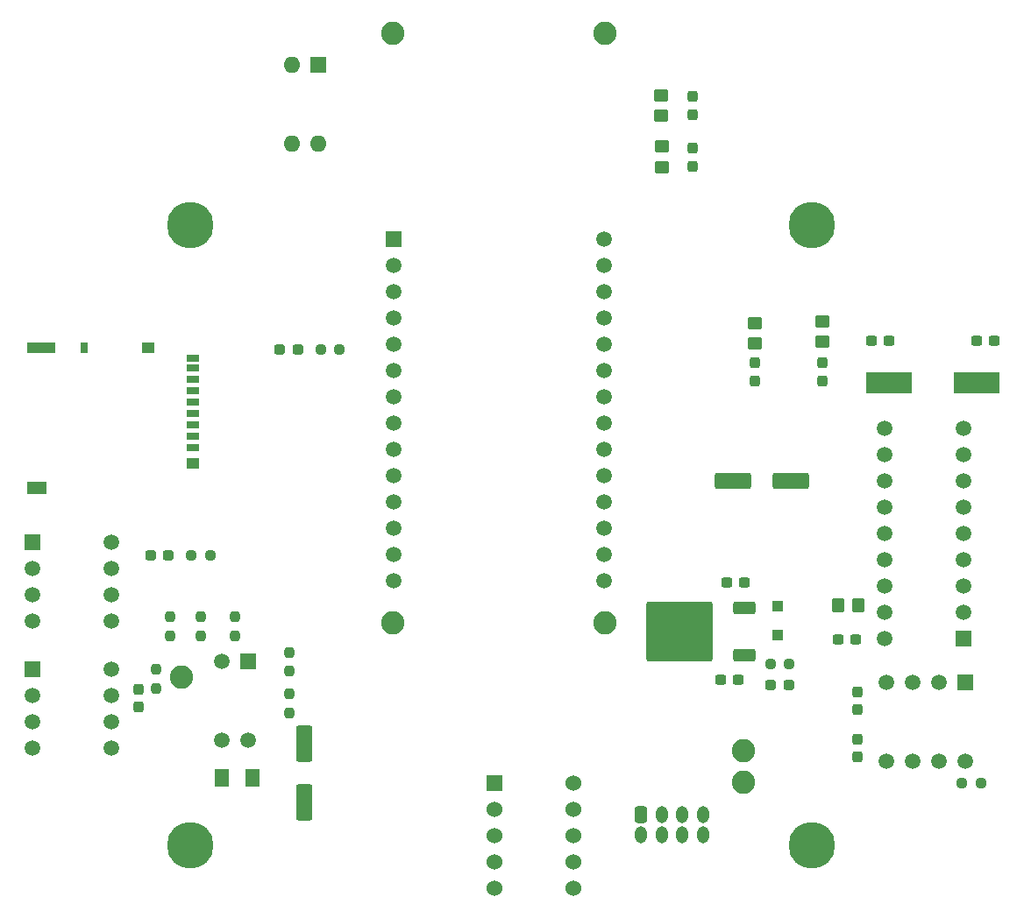
<source format=gbr>
%TF.GenerationSoftware,KiCad,Pcbnew,7.0.1-0*%
%TF.CreationDate,2023-05-25T18:19:08+09:00*%
%TF.ProjectId,MissionModule,4d697373-696f-46e4-9d6f-64756c652e6b,rev?*%
%TF.SameCoordinates,Original*%
%TF.FileFunction,Soldermask,Top*%
%TF.FilePolarity,Negative*%
%FSLAX46Y46*%
G04 Gerber Fmt 4.6, Leading zero omitted, Abs format (unit mm)*
G04 Created by KiCad (PCBNEW 7.0.1-0) date 2023-05-25 18:19:08*
%MOMM*%
%LPD*%
G01*
G04 APERTURE LIST*
G04 Aperture macros list*
%AMRoundRect*
0 Rectangle with rounded corners*
0 $1 Rounding radius*
0 $2 $3 $4 $5 $6 $7 $8 $9 X,Y pos of 4 corners*
0 Add a 4 corners polygon primitive as box body*
4,1,4,$2,$3,$4,$5,$6,$7,$8,$9,$2,$3,0*
0 Add four circle primitives for the rounded corners*
1,1,$1+$1,$2,$3*
1,1,$1+$1,$4,$5*
1,1,$1+$1,$6,$7*
1,1,$1+$1,$8,$9*
0 Add four rect primitives between the rounded corners*
20,1,$1+$1,$2,$3,$4,$5,0*
20,1,$1+$1,$4,$5,$6,$7,0*
20,1,$1+$1,$6,$7,$8,$9,0*
20,1,$1+$1,$8,$9,$2,$3,0*%
G04 Aperture macros list end*
%ADD10RoundRect,0.250001X0.462499X0.624999X-0.462499X0.624999X-0.462499X-0.624999X0.462499X-0.624999X0*%
%ADD11RoundRect,0.237500X0.250000X0.237500X-0.250000X0.237500X-0.250000X-0.237500X0.250000X-0.237500X0*%
%ADD12C,4.500000*%
%ADD13C,2.250000*%
%ADD14RoundRect,0.250000X-0.450000X0.350000X-0.450000X-0.350000X0.450000X-0.350000X0.450000X0.350000X0*%
%ADD15RoundRect,0.237500X-0.300000X-0.237500X0.300000X-0.237500X0.300000X0.237500X-0.300000X0.237500X0*%
%ADD16RoundRect,0.237500X0.237500X-0.300000X0.237500X0.300000X-0.237500X0.300000X-0.237500X-0.300000X0*%
%ADD17RoundRect,0.237500X0.237500X-0.250000X0.237500X0.250000X-0.237500X0.250000X-0.237500X-0.250000X0*%
%ADD18RoundRect,0.250000X-0.350000X-0.450000X0.350000X-0.450000X0.350000X0.450000X-0.350000X0.450000X0*%
%ADD19RoundRect,0.237500X-0.237500X0.287500X-0.237500X-0.287500X0.237500X-0.287500X0.237500X0.287500X0*%
%ADD20R,1.500000X1.500000*%
%ADD21C,1.500000*%
%ADD22RoundRect,0.237500X0.237500X-0.287500X0.237500X0.287500X-0.237500X0.287500X-0.237500X-0.287500X0*%
%ADD23RoundRect,0.250000X-1.500000X-0.550000X1.500000X-0.550000X1.500000X0.550000X-1.500000X0.550000X0*%
%ADD24RoundRect,0.237500X-0.237500X0.250000X-0.237500X-0.250000X0.237500X-0.250000X0.237500X0.250000X0*%
%ADD25R,4.500000X2.000000*%
%ADD26R,1.530000X1.530000*%
%ADD27C,1.530000*%
%ADD28RoundRect,0.237500X0.287500X0.237500X-0.287500X0.237500X-0.287500X-0.237500X0.287500X-0.237500X0*%
%ADD29R,1.600000X1.600000*%
%ADD30O,1.600000X1.600000*%
%ADD31R,1.508000X1.508000*%
%ADD32C,1.508000*%
%ADD33RoundRect,0.250000X0.850000X0.350000X-0.850000X0.350000X-0.850000X-0.350000X0.850000X-0.350000X0*%
%ADD34RoundRect,0.249997X2.950003X2.650003X-2.950003X2.650003X-2.950003X-2.650003X2.950003X-2.650003X0*%
%ADD35RoundRect,0.237500X0.300000X0.237500X-0.300000X0.237500X-0.300000X-0.237500X0.300000X-0.237500X0*%
%ADD36RoundRect,0.237500X-0.287500X-0.237500X0.287500X-0.237500X0.287500X0.237500X-0.287500X0.237500X0*%
%ADD37RoundRect,0.250000X-0.550000X1.500000X-0.550000X-1.500000X0.550000X-1.500000X0.550000X1.500000X0*%
%ADD38RoundRect,0.250000X0.300000X-0.300000X0.300000X0.300000X-0.300000X0.300000X-0.300000X-0.300000X0*%
%ADD39RoundRect,0.237500X-0.250000X-0.237500X0.250000X-0.237500X0.250000X0.237500X-0.250000X0.237500X0*%
%ADD40R,1.200000X0.700000*%
%ADD41R,0.800000X1.000000*%
%ADD42R,1.200000X1.000000*%
%ADD43R,2.800000X1.000000*%
%ADD44R,1.900000X1.300000*%
%ADD45RoundRect,0.250000X-0.350000X-0.560000X0.350000X-0.560000X0.350000X0.560000X-0.350000X0.560000X0*%
%ADD46O,1.200000X1.650000*%
G04 APERTURE END LIST*
D10*
%TO.C,F1*%
X124487500Y-128500000D03*
X121512500Y-128500000D03*
%TD*%
D11*
%TO.C,R11*%
X120412500Y-107000000D03*
X118587500Y-107000000D03*
%TD*%
D12*
%TO.C,REF\u002A\u002A*%
X178500000Y-75000000D03*
%TD*%
D13*
%TO.C,TP1*%
X171868000Y-128875432D03*
%TD*%
D14*
%TO.C,R7*%
X163912500Y-62487500D03*
X163912500Y-64487500D03*
%TD*%
D15*
%TO.C,C6*%
X184213500Y-86203432D03*
X185938500Y-86203432D03*
%TD*%
D16*
%TO.C,C2*%
X182917000Y-121863932D03*
X182917000Y-120138932D03*
%TD*%
D17*
%TO.C,R12*%
X122750000Y-114750000D03*
X122750000Y-112925000D03*
%TD*%
D18*
%TO.C,R3*%
X181007500Y-111790000D03*
X183007500Y-111790000D03*
%TD*%
D19*
%TO.C,D5*%
X167000000Y-67625000D03*
X167000000Y-69375000D03*
%TD*%
D13*
%TO.C,TP3*%
X117600000Y-118699432D03*
%TD*%
D20*
%TO.C,U8*%
X103200000Y-105700000D03*
D21*
X103200000Y-108240000D03*
X103200000Y-110780000D03*
X103200000Y-113320000D03*
X110820000Y-113320000D03*
X110820000Y-110780000D03*
X110820000Y-108240000D03*
X110820000Y-105700000D03*
%TD*%
D13*
%TO.C,TP2*%
X171868000Y-125799432D03*
%TD*%
D22*
%TO.C,D3*%
X179500000Y-90125000D03*
X179500000Y-88375000D03*
%TD*%
D20*
%TO.C,U5*%
X124025000Y-117200000D03*
D21*
X121485000Y-117200000D03*
X121485000Y-124820000D03*
X124025000Y-124820000D03*
%TD*%
D11*
%TO.C,R15*%
X132900000Y-87099432D03*
X131075000Y-87099432D03*
%TD*%
D23*
%TO.C,C8*%
X170900000Y-99799432D03*
X176500000Y-99799432D03*
%TD*%
D14*
%TO.C,R6*%
X164000000Y-67412500D03*
X164000000Y-69412500D03*
%TD*%
D24*
%TO.C,R8*%
X128000000Y-120337500D03*
X128000000Y-122162500D03*
%TD*%
D14*
%TO.C,R4*%
X179500000Y-84337500D03*
X179500000Y-86337500D03*
%TD*%
D19*
%TO.C,D6*%
X167000000Y-62612500D03*
X167000000Y-64362500D03*
%TD*%
D17*
%TO.C,R13*%
X119500000Y-114750000D03*
X119500000Y-112925000D03*
%TD*%
D22*
%TO.C,D4*%
X173000000Y-90125000D03*
X173000000Y-88375000D03*
%TD*%
D25*
%TO.C,Y1*%
X185906000Y-90267432D03*
X194406000Y-90267432D03*
%TD*%
D26*
%TO.C,U4*%
X147880000Y-128972500D03*
D27*
X147880000Y-131512500D03*
X147880000Y-134052500D03*
X147880000Y-136592500D03*
X147880000Y-139132500D03*
X155500000Y-139132500D03*
X155500000Y-136592500D03*
X155500000Y-134052500D03*
X155500000Y-131512500D03*
X155500000Y-128972500D03*
%TD*%
D17*
%TO.C,R14*%
X116500000Y-114750000D03*
X116500000Y-112925000D03*
%TD*%
D28*
%TO.C,D1*%
X176287500Y-119500000D03*
X174537500Y-119500000D03*
%TD*%
D12*
%TO.C,REF\u002A\u002A*%
X118500000Y-135000000D03*
%TD*%
D20*
%TO.C,U1*%
X193300000Y-119200000D03*
D21*
X190760000Y-119200000D03*
X188220000Y-119200000D03*
X185680000Y-119200000D03*
X185680000Y-126820000D03*
X188220000Y-126820000D03*
X190760000Y-126820000D03*
X193300000Y-126820000D03*
%TD*%
D29*
%TO.C,SW1*%
X130850000Y-59574432D03*
D30*
X128310000Y-59574432D03*
X128310000Y-67194432D03*
X130850000Y-67194432D03*
%TD*%
D13*
%TO.C,U6*%
X158512500Y-56475000D03*
X138012500Y-56475000D03*
X158512500Y-113475000D03*
X138012500Y-113475000D03*
D31*
X138102500Y-76359800D03*
D32*
X138102500Y-78899800D03*
X138102500Y-81439800D03*
X138102500Y-83979800D03*
X138102500Y-86519800D03*
X138102500Y-89059800D03*
X138102500Y-91599800D03*
X138102500Y-94139800D03*
X138102500Y-96679800D03*
X138102500Y-99219800D03*
X138102500Y-101759800D03*
X138102500Y-104299800D03*
X138102500Y-106839800D03*
X138102500Y-109379800D03*
X158422500Y-109379800D03*
X158422500Y-106839800D03*
X158422500Y-104299800D03*
X158422500Y-101759800D03*
X158422500Y-99219800D03*
X158422500Y-96679800D03*
X158422500Y-94139800D03*
X158422500Y-91599800D03*
X158422500Y-89059800D03*
X158422500Y-86519800D03*
X158422500Y-83979800D03*
X158422500Y-81439800D03*
X158422500Y-78899800D03*
X158422500Y-76359800D03*
%TD*%
D33*
%TO.C,U3*%
X172000000Y-116579432D03*
D34*
X165700000Y-114299432D03*
D33*
X172000000Y-112019432D03*
%TD*%
D35*
%TO.C,C7*%
X172012500Y-109599432D03*
X170287500Y-109599432D03*
%TD*%
D12*
%TO.C,REF\u002A\u002A*%
X178500000Y-135000000D03*
%TD*%
D35*
%TO.C,C3*%
X171412500Y-118999432D03*
X169687500Y-118999432D03*
%TD*%
D36*
%TO.C,D7*%
X114625000Y-107000000D03*
X116375000Y-107000000D03*
%TD*%
D37*
%TO.C,C9*%
X129500000Y-125200000D03*
X129500000Y-130800000D03*
%TD*%
D20*
%TO.C,U7*%
X103200000Y-117950000D03*
D21*
X103200000Y-120490000D03*
X103200000Y-123030000D03*
X103200000Y-125570000D03*
X110820000Y-125570000D03*
X110820000Y-123030000D03*
X110820000Y-120490000D03*
X110820000Y-117950000D03*
%TD*%
D38*
%TO.C,D2*%
X175160306Y-114680000D03*
X175160306Y-111880000D03*
%TD*%
D11*
%TO.C,R2*%
X176325000Y-117500000D03*
X174500000Y-117500000D03*
%TD*%
D16*
%TO.C,C4*%
X182917000Y-126462500D03*
X182917000Y-124737500D03*
%TD*%
D39*
%TO.C,R1*%
X192987500Y-129000000D03*
X194812500Y-129000000D03*
%TD*%
D12*
%TO.C,REF\u002A\u002A*%
X118500000Y-75000000D03*
%TD*%
D35*
%TO.C,C1*%
X196098500Y-86203432D03*
X194373500Y-86203432D03*
%TD*%
D36*
%TO.C,D8*%
X127112500Y-87099432D03*
X128862500Y-87099432D03*
%TD*%
D22*
%TO.C,D9*%
X113500000Y-121625000D03*
X113500000Y-119875000D03*
%TD*%
D24*
%TO.C,R10*%
X128000000Y-116337500D03*
X128000000Y-118162500D03*
%TD*%
D40*
%TO.C,J2*%
X118725000Y-96525000D03*
X118725000Y-95425000D03*
X118725000Y-94325000D03*
X118725000Y-93225000D03*
X118725000Y-92125000D03*
X118725000Y-91025000D03*
X118725000Y-89925000D03*
X118725000Y-88825000D03*
X118725000Y-87875000D03*
D41*
X108225000Y-86925000D03*
D42*
X114425000Y-86925000D03*
D43*
X104075000Y-86925000D03*
D42*
X118725000Y-98075000D03*
D44*
X103625000Y-100425000D03*
%TD*%
D35*
%TO.C,C5*%
X182745000Y-115100000D03*
X181020000Y-115100000D03*
%TD*%
D20*
%TO.C,U2*%
X193120000Y-115040000D03*
D21*
X193120000Y-112500000D03*
X193120000Y-109960000D03*
X193120000Y-107420000D03*
X193120000Y-104880000D03*
X193120000Y-102340000D03*
X193120000Y-99800000D03*
X193120000Y-97260000D03*
X193120000Y-94720000D03*
X185500000Y-94720000D03*
X185500000Y-97260000D03*
X185500000Y-99800000D03*
X185500000Y-102340000D03*
X185500000Y-104880000D03*
X185500000Y-107420000D03*
X185500000Y-109960000D03*
X185500000Y-112500000D03*
X185500000Y-115040000D03*
%TD*%
D14*
%TO.C,R5*%
X173000000Y-84500000D03*
X173000000Y-86500000D03*
%TD*%
D24*
%TO.C,R9*%
X115200000Y-118000000D03*
X115200000Y-119825000D03*
%TD*%
D45*
%TO.C,J1*%
X162000000Y-132000000D03*
D46*
X162000000Y-134000000D03*
X164000000Y-132000000D03*
X164000000Y-134000000D03*
X166000000Y-132000000D03*
X166000000Y-134000000D03*
X168000000Y-132000000D03*
X168000000Y-134000000D03*
%TD*%
M02*

</source>
